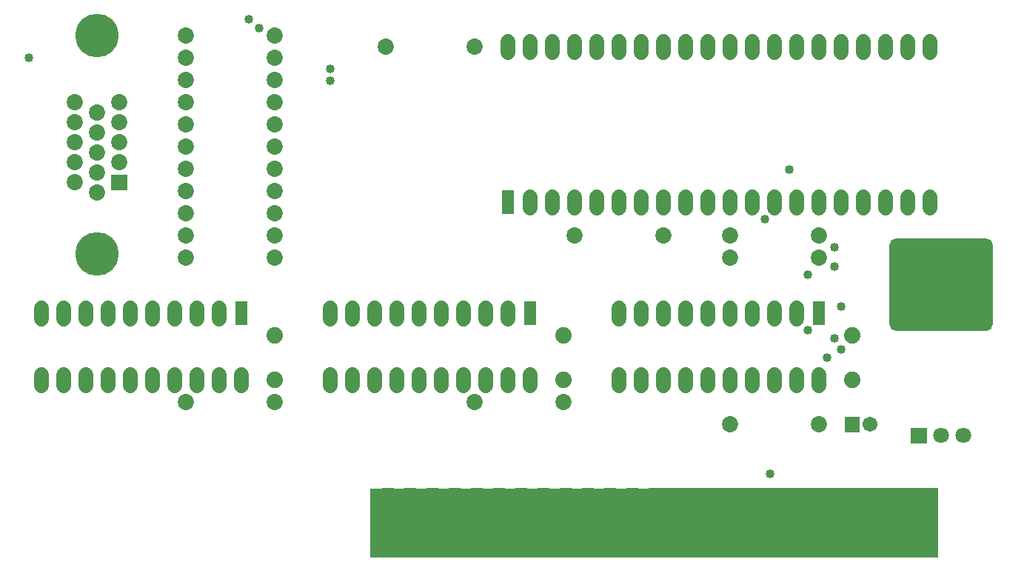
<source format=gts>
%FSLAX34Y34*%
%MOMM*%
%LNSOLDERMASK_TOP*%
G71*
G01*
%ADD10R, 1.473X7.823*%
%ADD11C, 1.854*%
%ADD12C, 1.854*%
%ADD13C, 1.854*%
%ADD14C, 0.200*%
%ADD15C, 1.803*%
%ADD16C, 1.702*%
%ADD17C, 1.880*%
%ADD18C, 4.978*%
%ADD19C, 1.673*%
%ADD20R, 1.473X2.743*%
%ADD21C, 1.016*%
%ADD22C, 1.016*%
%LPD*%
X1057910Y41910D02*
G54D10*
D03*
X1032510Y41910D02*
G54D10*
D03*
X1007110Y41910D02*
G54D10*
D03*
X981710Y41910D02*
G54D10*
D03*
X956310Y41910D02*
G54D10*
D03*
X930910Y41910D02*
G54D10*
D03*
X905510Y41910D02*
G54D10*
D03*
X880110Y41910D02*
G54D10*
D03*
X854710Y41910D02*
G54D10*
D03*
X829310Y41910D02*
G54D10*
D03*
X803910Y41910D02*
G54D10*
D03*
X778510Y41910D02*
G54D10*
D03*
X753110Y41910D02*
G54D10*
D03*
X727710Y41910D02*
G54D10*
D03*
X702310Y41910D02*
G54D10*
D03*
X676910Y41910D02*
G54D10*
D03*
X651510Y41910D02*
G54D10*
D03*
X626110Y41910D02*
G54D10*
D03*
X600710Y41910D02*
G54D10*
D03*
X575310Y41910D02*
G54D10*
D03*
X549910Y41910D02*
G54D10*
D03*
X524510Y41910D02*
G54D10*
D03*
X499110Y41910D02*
G54D10*
D03*
X473710Y41910D02*
G54D10*
D03*
X448310Y41910D02*
G54D10*
D03*
X763270Y369570D02*
G54D11*
D03*
X661670Y369570D02*
G54D11*
D03*
X839470Y369570D02*
G54D11*
D03*
X941070Y369570D02*
G54D11*
D03*
X547370Y585470D02*
G54D11*
D03*
X445770Y585470D02*
G54D11*
D03*
X217170Y471170D02*
G54D11*
D03*
X318770Y471170D02*
G54D11*
D03*
X217170Y369570D02*
G54D11*
D03*
X318770Y369570D02*
G54D11*
D03*
X318770Y344170D02*
G54D11*
D03*
X217170Y344170D02*
G54D11*
D03*
X318770Y394970D02*
G54D11*
D03*
X217170Y394970D02*
G54D11*
D03*
X318770Y445770D02*
G54D11*
D03*
X217170Y445770D02*
G54D11*
D03*
X318770Y420370D02*
G54D11*
D03*
X217170Y420370D02*
G54D11*
D03*
X318770Y496570D02*
G54D11*
D03*
X217170Y496570D02*
G54D11*
D03*
X318770Y521970D02*
G54D11*
D03*
X217170Y521970D02*
G54D11*
D03*
X318770Y547370D02*
G54D11*
D03*
X217170Y547370D02*
G54D11*
D03*
X318770Y572770D02*
G54D11*
D03*
X318770Y598170D02*
G54D11*
D03*
X318770Y179070D02*
G54D11*
D03*
X217170Y179070D02*
G54D11*
D03*
X648970Y179070D02*
G54D11*
D03*
X941070Y153670D02*
G54D11*
D03*
X217170Y598170D02*
G54D11*
D03*
X217170Y572770D02*
G54D11*
D03*
X115570Y510540D02*
G54D12*
D03*
X115570Y487680D02*
G54D12*
D03*
X115570Y464820D02*
G54D12*
D03*
X115570Y441960D02*
G54D12*
D03*
X140970Y499110D02*
G54D12*
D03*
X140970Y476250D02*
G54D12*
D03*
X140970Y453390D02*
G54D12*
D03*
X115570Y419100D02*
G54D13*
D03*
X90170Y430530D02*
G54D12*
D03*
X90170Y453390D02*
G54D12*
D03*
X90170Y476250D02*
G54D12*
D03*
X90170Y499110D02*
G54D12*
D03*
X90170Y521970D02*
G54D12*
D03*
X839470Y153670D02*
G54D11*
D03*
X547370Y179070D02*
G54D11*
D03*
X140970Y521970D02*
G54D12*
D03*
X941070Y344170D02*
G54D11*
D03*
X839470Y344170D02*
G54D11*
D03*
G36*
X1022604Y267970D02*
X1138936Y267970D01*
X1138936Y359410D01*
X1022604Y359410D01*
X1022604Y267970D01*
G37*
G54D14*
X1022604Y267970D02*
X1138936Y267970D01*
X1138936Y359410D01*
X1022604Y359410D01*
X1022604Y267970D01*
G36*
X1028700Y261874D02*
X1132840Y261874D01*
X1132840Y365506D01*
X1028700Y365506D01*
X1028700Y261874D01*
G37*
G54D14*
X1028700Y261874D02*
X1132840Y261874D01*
X1132840Y365506D01*
X1028700Y365506D01*
X1028700Y261874D01*
G54D14*
G75*
G01X1138936Y267970D02*
G03X1138936Y267970I-6096J0D01*
G01*
G36*
G75*
G01X1138936Y267970D02*
G03X1138936Y267970I-6096J0D01*
G01*
G37*
X1138936Y267970D01*
G54D14*
G75*
G01X1034796Y267970D02*
G03X1034796Y267970I-6096J0D01*
G01*
G36*
G75*
G01X1034796Y267970D02*
G03X1034796Y267970I-6096J0D01*
G01*
G37*
X1034796Y267970D01*
G54D14*
G75*
G01X1034796Y359410D02*
G03X1034796Y359410I-6096J0D01*
G01*
G36*
G75*
G01X1034796Y359410D02*
G03X1034796Y359410I-6096J0D01*
G01*
G37*
X1034796Y359410D01*
G54D14*
G75*
G01X1138936Y359410D02*
G03X1138936Y359410I-6096J0D01*
G01*
G36*
G75*
G01X1138936Y359410D02*
G03X1138936Y359410I-6096J0D01*
G01*
G37*
X1138936Y359410D01*
G36*
X1046353Y149987D02*
X1064387Y149987D01*
X1064387Y131953D01*
X1046353Y131953D01*
X1046353Y149987D01*
G37*
X1080770Y140970D02*
G54D15*
D03*
X1106170Y140970D02*
G54D15*
D03*
X999236Y153670D02*
G54D16*
D03*
G36*
X970661Y162179D02*
X987679Y162179D01*
X987679Y145161D01*
X970661Y145161D01*
X970661Y162179D01*
G37*
X648970Y204470D02*
G54D17*
D03*
X648970Y255270D02*
G54D17*
D03*
X979170Y204470D02*
G54D17*
D03*
X979170Y255270D02*
G54D17*
D03*
X318770Y255270D02*
G54D17*
D03*
X318770Y204470D02*
G54D17*
D03*
X115570Y348742D02*
G54D18*
D03*
X115570Y598678D02*
G54D18*
D03*
G36*
X131699Y439801D02*
X150241Y439801D01*
X150241Y421259D01*
X131699Y421259D01*
X131699Y439801D01*
G37*
G54D19*
X52070Y198120D02*
X52070Y210820D01*
G54D19*
X77470Y198120D02*
X77470Y210820D01*
G54D19*
X102870Y198120D02*
X102870Y210820D01*
G54D19*
X128270Y198120D02*
X128270Y210820D01*
G54D19*
X153670Y198120D02*
X153670Y210820D01*
G54D19*
X179070Y198120D02*
X179070Y210820D01*
G54D19*
X204470Y198120D02*
X204470Y210820D01*
G54D19*
X229870Y198120D02*
X229870Y210820D01*
G54D19*
X255270Y198120D02*
X255270Y210820D01*
G54D19*
X280670Y198120D02*
X280670Y210820D01*
G54D19*
X52070Y274320D02*
X52070Y287020D01*
G54D19*
X77470Y274320D02*
X77470Y287020D01*
G54D19*
X102870Y274320D02*
X102870Y287020D01*
G54D19*
X128270Y274320D02*
X128270Y287020D01*
G54D19*
X153670Y274320D02*
X153670Y287020D01*
G54D19*
X179070Y274320D02*
X179070Y287020D01*
G54D19*
X204470Y274320D02*
X204470Y287020D01*
G54D19*
X229870Y274320D02*
X229870Y287020D01*
G54D19*
X255270Y274320D02*
X255270Y287020D01*
G54D19*
X382270Y198120D02*
X382270Y210820D01*
G54D19*
X407670Y198120D02*
X407670Y210820D01*
G54D19*
X433070Y198120D02*
X433070Y210820D01*
G54D19*
X458470Y198120D02*
X458470Y210820D01*
G54D19*
X483870Y198120D02*
X483870Y210820D01*
G54D19*
X509270Y198120D02*
X509270Y210820D01*
G54D19*
X534670Y198120D02*
X534670Y210820D01*
G54D19*
X560070Y198120D02*
X560070Y210820D01*
G54D19*
X610870Y198120D02*
X610870Y210820D01*
G54D19*
X382270Y274320D02*
X382270Y287020D01*
G54D19*
X407670Y274320D02*
X407670Y287020D01*
G54D19*
X433070Y274320D02*
X433070Y287020D01*
G54D19*
X458470Y274320D02*
X458470Y287020D01*
G54D19*
X483870Y274320D02*
X483870Y287020D01*
G54D19*
X509270Y274320D02*
X509270Y287020D01*
G54D19*
X534670Y274320D02*
X534670Y287020D01*
G54D19*
X560070Y274320D02*
X560070Y287020D01*
G54D19*
X585470Y274320D02*
X585470Y287020D01*
G54D19*
X712470Y198120D02*
X712470Y210820D01*
G54D19*
X737870Y198120D02*
X737870Y210820D01*
G54D19*
X763270Y198120D02*
X763270Y210820D01*
G54D19*
X788670Y198120D02*
X788670Y210820D01*
G54D19*
X814070Y198120D02*
X814070Y210820D01*
G54D19*
X839470Y198120D02*
X839470Y210820D01*
G54D19*
X864870Y198120D02*
X864870Y210820D01*
G54D19*
X890270Y198120D02*
X890270Y210820D01*
G54D19*
X941070Y198120D02*
X941070Y210820D01*
G54D19*
X712470Y274320D02*
X712470Y287020D01*
G54D19*
X737870Y274320D02*
X737870Y287020D01*
G54D19*
X763270Y274320D02*
X763270Y287020D01*
G54D19*
X788670Y274320D02*
X788670Y287020D01*
G54D19*
X814070Y274320D02*
X814070Y287020D01*
G54D19*
X839470Y274320D02*
X839470Y287020D01*
G54D19*
X864870Y274320D02*
X864870Y287020D01*
G54D19*
X890270Y274320D02*
X890270Y287020D01*
G54D19*
X915670Y274320D02*
X915670Y287020D01*
G54D19*
X915670Y198120D02*
X915670Y210820D01*
G54D19*
X585470Y198120D02*
X585470Y210820D01*
G54D19*
X966470Y401320D02*
X966470Y414020D01*
G54D19*
X991870Y401320D02*
X991870Y414020D01*
G54D19*
X1068070Y579120D02*
X1068070Y591820D01*
G54D19*
X1042670Y579120D02*
X1042670Y591820D01*
G54D19*
X1017270Y579120D02*
X1017270Y591820D01*
G54D19*
X991870Y579120D02*
X991870Y591820D01*
G54D19*
X966470Y579120D02*
X966470Y591820D01*
G54D19*
X941070Y579120D02*
X941070Y591820D01*
G54D19*
X915670Y579120D02*
X915670Y591820D01*
G54D19*
X890270Y579120D02*
X890270Y591820D01*
G54D19*
X864870Y579120D02*
X864870Y591820D01*
G54D19*
X839470Y579120D02*
X839470Y591820D01*
G54D19*
X814070Y579120D02*
X814070Y591820D01*
G54D19*
X788670Y579120D02*
X788670Y591820D01*
G54D19*
X763270Y579120D02*
X763270Y591820D01*
G54D19*
X737870Y579120D02*
X737870Y591820D01*
G54D19*
X712470Y579120D02*
X712470Y591820D01*
G54D19*
X687070Y579120D02*
X687070Y591820D01*
G54D19*
X661670Y579120D02*
X661670Y591820D01*
G54D19*
X636270Y579120D02*
X636270Y591820D01*
G54D19*
X610870Y579120D02*
X610870Y591820D01*
G54D19*
X585470Y579120D02*
X585470Y591820D01*
G54D19*
X1068070Y401320D02*
X1068070Y414020D01*
G54D19*
X1042670Y401320D02*
X1042670Y414020D01*
G54D19*
X1017270Y401320D02*
X1017270Y414020D01*
G54D19*
X941070Y401320D02*
X941070Y414020D01*
G54D19*
X915670Y401320D02*
X915670Y414020D01*
G54D19*
X890270Y401320D02*
X890270Y414020D01*
G54D19*
X864870Y401320D02*
X864870Y414020D01*
G54D19*
X839470Y401320D02*
X839470Y414020D01*
G54D19*
X814070Y401320D02*
X814070Y414020D01*
G54D19*
X788670Y401320D02*
X788670Y414020D01*
G54D19*
X763270Y401320D02*
X763270Y414020D01*
G54D19*
X737870Y401320D02*
X737870Y414020D01*
G54D19*
X712470Y401320D02*
X712470Y414020D01*
G54D19*
X687070Y401320D02*
X687070Y414020D01*
G54D19*
X661670Y401320D02*
X661670Y414020D01*
G54D19*
X636270Y401320D02*
X636270Y414020D01*
G54D19*
X610870Y401320D02*
X610870Y414020D01*
X280670Y280670D02*
G54D20*
D03*
X610870Y280670D02*
G54D20*
D03*
X941070Y280670D02*
G54D20*
D03*
X585470Y407670D02*
G54D20*
D03*
X300990Y607314D02*
G54D21*
D03*
X288798Y617474D02*
G54D21*
D03*
X958850Y356362D02*
G54D21*
D03*
X958850Y334264D02*
G54D21*
D03*
X958850Y251968D02*
G54D21*
D03*
X382524Y560324D02*
G54D21*
D03*
X382016Y547116D02*
G54D21*
D03*
X37592Y573024D02*
G54D21*
D03*
X907288Y445008D02*
G54D22*
D03*
X878840Y388366D02*
G54D22*
D03*
X950214Y230124D02*
G54D22*
D03*
X928370Y325374D02*
G54D22*
D03*
X928370Y261366D02*
G54D22*
D03*
X966470Y288544D02*
G54D22*
D03*
X966470Y239776D02*
G54D22*
D03*
X885190Y97536D02*
G54D22*
D03*
G36*
X427990Y80758D02*
X1076960Y80970D01*
X1076960Y1270D01*
X427990Y1270D01*
X427990Y80758D01*
G37*
M02*

</source>
